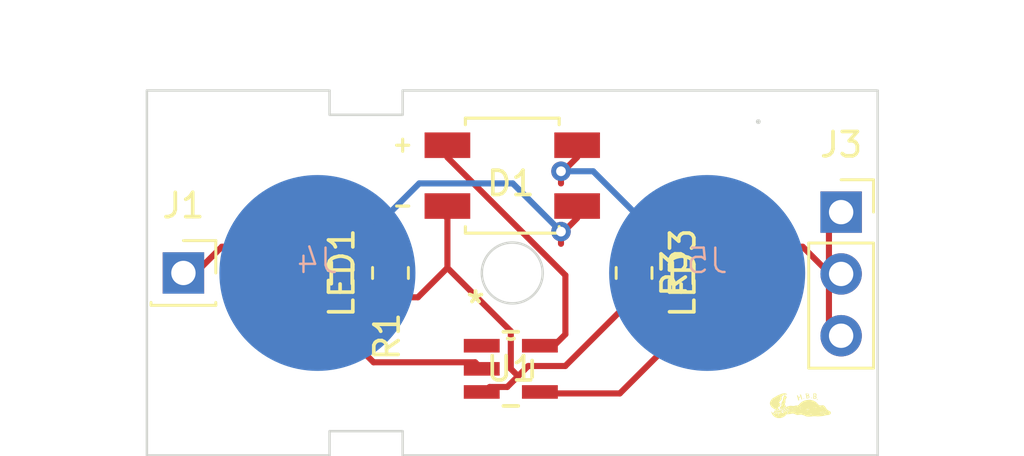
<source format=kicad_pcb>
(kicad_pcb (version 20221018) (generator pcbnew)
  (layers (0 "F.Cu" signal) (31 "B.Cu" signal) (34 "B.Paste" user) (35 "F.Paste" user) (36 "B.SilkS" user "B.Silkscreen") (37 "F.SilkS" user "F.Silkscreen") (38 "B.Mask" user) (39 "F.Mask" user) (44 "Edge.Cuts" user))
  (net 0 "")
  (net 1 "GND")
  (net 2 "VCC")
  (net 3 "Net-(LED1-Pad1)")
  (net 4 "Net-(LED3-Pad1)")
  (net 5 "Net-(J1-Pin_1)")
  (net 6 "Net-(J3-Pin_1)")
  (net 7 "Net-(J5-PWR)")
  (net 8 "Net-(J4-PWR)")
  (net 9 "unconnected-(U1-NC-Pad1)")
  (footprint "Resistor_SMD:R_0805_2012Metric_Pad1.20x1.40mm_HandSolder" (layer "F.Cu") (at 160 87.5 -90)
    (fp_text reference "R3" (at 0 -1.65 90) (layer "F.SilkS"))
    (fp_text value "4k")
    (pad "1" smd roundrect (at -1 0 270) (size 1.2 1.4) (layers "F.Cu" "F.Paste" "F.Mask") (roundrect_rratio 0.208333) (net 4 "Net-(LED3-Pad1)"))
    (pad "2" smd roundrect (at 1 0 270) (size 1.2 1.4) (layers "F.Cu" "F.Paste" "F.Mask") (roundrect_rratio 0.208333) (net 1 "GND"))
  )
  (footprint "DigitalLogicFootprints:LED_LTST-S220GKT_LTO" (layer "F.Cu") (at 148 87.5 90)
    (fp_text reference "LED1" (at 0 0 90 unlocked) (layer "F.SilkS"))
    (fp_text value "LTST-S220GKT")
    (pad "1" smd rect (at -1.0795 0 90) (size 0.6604 0.6096) (layers "F.Cu" "F.Paste" "F.Mask") (net 3 "Net-(LED1-Pad1)"))
    (pad "2" smd rect (at 1.0795 0 90) (size 0.6604 0.6096) (layers "F.Cu" "F.Paste" "F.Mask") (net 5 "Net-(J1-Pin_1)"))
  )
  (footprint "Resistor_SMD:R_0805_2012Metric_Pad1.20x1.40mm_HandSolder" (layer "F.Cu") (at 150 87.5 -90)
    (fp_text reference "R1" (at 2.61 0.14 90) (layer "F.SilkS"))
    (fp_text value "4k")
    (pad "1" smd roundrect (at -1 0 270) (size 1.2 1.4) (layers "F.Cu" "F.Paste" "F.Mask") (roundrect_rratio 0.208333) (net 3 "Net-(LED1-Pad1)"))
    (pad "2" smd roundrect (at 1 0 270) (size 1.2 1.4) (layers "F.Cu" "F.Paste" "F.Mask") (roundrect_rratio 0.208333) (net 1 "GND"))
  )
  (footprint "Connector_PinSocket_2.54mm:PinSocket_1x01_P2.54mm_Vertical" (layer "F.Cu") (at 141.5 87.5)
    (fp_text reference "J1" (at 0 -2.77) (layer "F.SilkS"))
    (fp_text value "Conn_01x01_Socket")
    (pad "1" thru_hole rect (at 0 0) (size 1.7 1.7) (drill 1) (layers "*.Cu" "*.Mask") (net 5 "Net-(J1-Pin_1)"))
  )
  (footprint "DigitalLogicFootprints:LED_LTST-S220GKT_LTO" (layer "F.Cu") (at 162 87.5 90)
    (fp_text reference "LED3" (at 0 0 90 unlocked) (layer "F.SilkS"))
    (fp_text value "LTST-S220GKT")
    (pad "1" smd rect (at -1.0795 0 90) (size 0.6604 0.6096) (layers "F.Cu" "F.Paste" "F.Mask") (net 4 "Net-(LED3-Pad1)"))
    (pad "2" smd rect (at 1.0795 0 90) (size 0.6604 0.6096) (layers "F.Cu" "F.Paste" "F.Mask") (net 6 "Net-(J3-Pin_1)"))
  )
  (footprint "Connector_PinSocket_2.54mm:PinSocket_1x03_P2.54mm_Vertical" (layer "F.Cu") (at 168.5 85)
    (fp_text reference "J3" (at 0 -2.77) (layer "F.SilkS"))
    (fp_text value "Conn_01x03_Socket")
    (pad "1" thru_hole rect (at 0 0) (size 1.7 1.7) (drill 1) (layers "*.Cu" "*.Mask") (net 6 "Net-(J3-Pin_1)"))
    (pad "2" thru_hole oval (at 0 2.54) (size 1.7 1.7) (drill 1) (layers "*.Cu" "*.Mask") (net 6 "Net-(J3-Pin_1)"))
    (pad "3" thru_hole oval (at 0 5.08) (size 1.7 1.7) (drill 1) (layers "*.Cu" "*.Mask") (net 6 "Net-(J3-Pin_1)"))
  )
  (footprint "DigitalLogicFootprints:DIOB_MB10F-13" (layer "F.Cu") (at 155 83.5)
    (fp_text reference "D1" (at -0.06 0.32) (layer "F.SilkS"))
    (fp_text value "MB10F-13")
    (pad "1" smd rect (at -2.6625 -1.25) (size 1.875 1.05) (layers "F.Cu" "F.Paste" "F.Mask") (net 2 "VCC"))
    (pad "2" smd rect (at 2.6625 -1.25 180) (size 1.875 1.05) (layers "F.Cu" "F.Paste" "F.Mask") (net 7 "Net-(J5-PWR)"))
    (pad "3" smd rect (at -2.6625 1.25) (size 1.875 1.05) (layers "F.Cu" "F.Paste" "F.Mask") (net 1 "GND"))
    (pad "4" smd rect (at 2.6625 1.25 180) (size 1.875 1.05) (layers "F.Cu" "F.Paste" "F.Mask") (net 8 "Net-(J4-PWR)"))
  )
  (footprint "DigitalLogicFootprints:HBBLogo" (layer "F.Cu") (at 167 93)
    (fp_text reference "G***" hide)
    (fp_text value "LOGO" hide)
  )
  (footprint "DigitalLogicFootprints:DBV5" (layer "F.Cu") (at 154.94 91.44)
    (fp_text reference "U1" (at 0 0 unlocked) (layer "F.SilkS"))
    (fp_text value "SN74LVC1GU04")
    (fp_text user "*" (at -1.4478 -2.6518) (layer "F.SilkS"))
    (fp_text user "*" (at -1.4478 -2.6518 unlocked) (layer "F.SilkS"))
    (pad "1" smd rect (at -1.1938 -0.950001) (size 1.4732 0.5588) (layers "F.Cu" "F.Paste" "F.Mask") (net 9 "unconnected-(U1-NC-Pad1)"))
    (pad "2" smd rect (at -1.1938 0) (size 1.4732 0.5588) (layers "F.Cu" "F.Paste" "F.Mask") (net 5 "Net-(J1-Pin_1)"))
    (pad "3" smd rect (at -1.1938 0.950001) (size 1.4732 0.5588) (layers "F.Cu" "F.Paste" "F.Mask") (net 1 "GND"))
    (pad "4" smd rect (at 1.1938 0.950001) (size 1.4732 0.5588) (layers "F.Cu" "F.Paste" "F.Mask") (net 6 "Net-(J3-Pin_1)"))
    (pad "5" smd rect (at 1.1938 -0.950001) (size 1.4732 0.5588) (layers "F.Cu" "F.Paste" "F.Mask") (net 2 "VCC"))
  )
  (footprint "DigitalLogicFootprints:8mm-snap" (layer "B.Cu") (at 147 87.5 180)
    (fp_text reference "J4" (at 0 0.5 unlocked) (layer "B.SilkS") (effects (font (thickness 0.1)) (justify mirror)))
    (fp_text value "~")
    (pad "1" smd circle (at 0 0 180) (size 8.05 8.05) (layers "B.Cu" "B.Paste" "B.Mask") (net 8 "Net-(J4-PWR)"))
  )
  (footprint "DigitalLogicFootprints:8mm-snap" (layer "B.Cu") (at 163 87.5 180)
    (fp_text reference "J5" (at 0 0.5 unlocked) (layer "B.SilkS") (effects (font (thickness 0.1)) (justify mirror)))
    (fp_text value "~")
    (pad "1" smd circle (at 0 0 180) (size 8.05 8.05) (layers "B.Cu" "B.Paste" "B.Mask") (net 7 "Net-(J5-PWR)"))
  )
  (gr_circle (center 165.1 81.28) (end 165.1 81.28) (stroke (width 0.1)) (fill none) (layer "Edge.Cuts"))
  (gr_poly (pts (xy 140 95) (xy 147.5 95) (xy 147.5 94) (xy 150.5 94) (xy 150.5 95) (xy 170 95) (xy 170 80) (xy 150.5 80) (xy 150.5 81) (xy 147.5 81) (xy 147.5 80) (xy 140 80)) (stroke (width 0.1)) (fill none) (layer "Edge.Cuts"))
  (gr_circle (center 155 87.5) (end 156.25 87.5) (stroke (width 0.1)) (fill none) (layer "Edge.Cuts"))
  (segment (start 155.653749 91.324052) (end 157.175948 91.324052) (width 0.25) (layer "F.Cu") (net 1))
  (segment (start 155.238901 91.738901) (end 155.653749 91.324052) (width 0.25) (layer "F.Cu") (net 1))
  (segment (start 154.0712 92.185001) (end 153.8062 92.450001) (width 0.25) (layer "F.Cu") (net 1))
  (segment (start 154.94 91.44) (end 155.238901 91.738901) (width 0.25) (layer "F.Cu") (net 1))
  (segment (start 154.94 89.891499) (end 154.94 91.44) (width 0.25) (layer "F.Cu") (net 1))
  (segment (start 152.3375 85.25) (end 152.3375 87.288999) (width 0.25) (layer "F.Cu") (net 1))
  (segment (start 151.126499 88.5) (end 152.3375 87.288999) (width 0.25) (layer "F.Cu") (net 1))
  (segment (start 152.3375 87.288999) (end 154.94 89.891499) (width 0.25) (layer "F.Cu") (net 1))
  (segment (start 151.8375 84.75) (end 152.3375 85.25) (width 0.25) (layer "F.Cu") (net 1))
  (segment (start 160 88.5) (end 160 88.370722) (width 0.25) (layer "F.Cu") (net 1))
  (segment (start 157.175948 91.324052) (end 160 88.5) (width 0.25) (layer "F.Cu") (net 1))
  (segment (start 150 88.5) (end 151.126499 88.5) (width 0.25) (layer "F.Cu") (net 1))
  (segment (start 154.7928 92.185001) (end 155.238901 91.738901) (width 0.25) (layer "F.Cu") (net 1))
  (segment (start 154.7928 92.185001) (end 154.0712 92.185001) (width 0.25) (layer "F.Cu") (net 1))
  (segment (start 157.1804 87.5929) (end 157.1804 90.020599) (width 0.25) (layer "F.Cu") (net 2))
  (segment (start 156.651 90.549999) (end 156.1938 90.549999) (width 0.25) (layer "F.Cu") (net 2))
  (segment (start 157.1804 90.020599) (end 156.651 90.549999) (width 0.25) (layer "F.Cu") (net 2))
  (segment (start 152.3375 82.75) (end 157.1804 87.5929) (width 0.25) (layer "F.Cu") (net 2))
  (segment (start 150 86.5) (end 150 86.629278) (width 0.25) (layer "F.Cu") (net 3))
  (segment (start 150 86.629278) (end 148.049778 88.5795) (width 0.25) (layer "F.Cu") (net 3))
  (segment (start 148.049778 88.5795) (end 148 88.5795) (width 0.25) (layer "F.Cu") (net 3))
  (segment (start 161.950222 88.5795) (end 162 88.5795) (width 0.25) (layer "F.Cu") (net 4))
  (segment (start 160 86.5) (end 160 86.629278) (width 0.25) (layer "F.Cu") (net 4))
  (segment (start 160 86.629278) (end 161.950222 88.5795) (width 0.25) (layer "F.Cu") (net 4))
  (segment (start 147.4452 86.4205) (end 147.3702 86.4955) (width 0.25) (layer "F.Cu") (net 5))
  (segment (start 147.3702 86.4955) (end 147.3702 89.2347) (width 0.25) (layer "F.Cu") (net 5))
  (segment (start 149.306222 91.170722) (end 153.476922 91.170722) (width 0.25) (layer "F.Cu") (net 5))
  (segment (start 153.476922 91.170722) (end 153.7462 91.44) (width 0.25) (layer "F.Cu") (net 5))
  (segment (start 148 86.4205) (end 147.4452 86.4205) (width 0.25) (layer "F.Cu") (net 5))
  (segment (start 147.3702 89.2347) (end 149.306222 91.170722) (width 0.25) (layer "F.Cu") (net 5))
  (segment (start 142 87.5) (end 143.0795 86.4205) (width 0.25) (layer "F.Cu") (net 5))
  (segment (start 143.0795 86.4205) (end 148 86.4205) (width 0.25) (layer "F.Cu") (net 5))
  (segment (start 156.1938 92.450001) (end 159.414499 92.450001) (width 0.25) (layer "F.Cu") (net 6))
  (segment (start 162 86.4205) (end 162.5548 86.4205) (width 0.25) (layer "F.Cu") (net 6))
  (segment (start 166.9205 86.4205) (end 168 87.5) (width 0.25) (layer "F.Cu") (net 6))
  (segment (start 162 86.4205) (end 166.9205 86.4205) (width 0.25) (layer "F.Cu") (net 6))
  (segment (start 162.0795 86.5) (end 162 86.4205) (width 0.25) (layer "F.Cu") (net 6))
  (segment (start 162.6298 86.4955) (end 162.5548 86.4205) (width 0.25) (layer "F.Cu") (net 6))
  (segment (start 168 84.96) (end 168 87.5) (width 0.25) (layer "F.Cu") (net 6))
  (segment (start 168 87.5) (end 168 90.04) (width 0.25) (layer "F.Cu") (net 6))
  (segment (start 162.6298 89.2347) (end 162.6298 86.4955) (width 0.25) (layer "F.Cu") (net 6))
  (segment (start 159.414499 92.450001) (end 162.6298 89.2347) (width 0.25) (layer "F.Cu") (net 6))
  (segment (start 161.950222 86.4205) (end 162 86.4205) (width 0.25) (layer "F.Cu") (net 6))
  (segment (start 157 83.82) (end 157 83.4125) (width 0.25) (layer "F.Cu") (net 7))
  (segment (start 157 83.4125) (end 157.6625 82.75) (width 0.25) (layer "F.Cu") (net 7))
  (via (at 157 83.32) (size 0.8) (drill 0.4) (layers "F.Cu" "B.Cu") (net 7))
  (segment (start 157 83.32) (end 158.32 83.32) (width 0.25) (layer "B.Cu") (net 7))
  (segment (start 158.32 83.32) (end 162.5 87.5) (width 0.25) (layer "B.Cu") (net 7))
  (segment (start 157 86.3) (end 157 85.9125) (width 0.25) (layer "F.Cu") (net 8))
  (segment (start 157 85.9125) (end 157.6625 85.25) (width 0.25) (layer "F.Cu") (net 8))
  (via (at 157 85.8) (size 0.8) (drill 0.4) (layers "F.Cu" "B.Cu") (net 8))
  (segment (start 155.02 83.82) (end 151.18 83.82) (width 0.25) (layer "B.Cu") (net 8))
  (segment (start 157 85.8) (end 155.02 83.82) (width 0.25) (layer "B.Cu") (net 8))
  (segment (start 151.18 83.82) (end 147.5 87.5) (width 0.25) (layer "B.Cu") (net 8))
  (segment (start 149.365 85.635) (end 147.5 87.5) (width 0.25) (layer "B.Cu") (net 8))
  (segment (start 153.942595 90.500001) (end 153.8062 90.500001) (width 0.25) (layer "F.Cu") (net 9))
)
</source>
